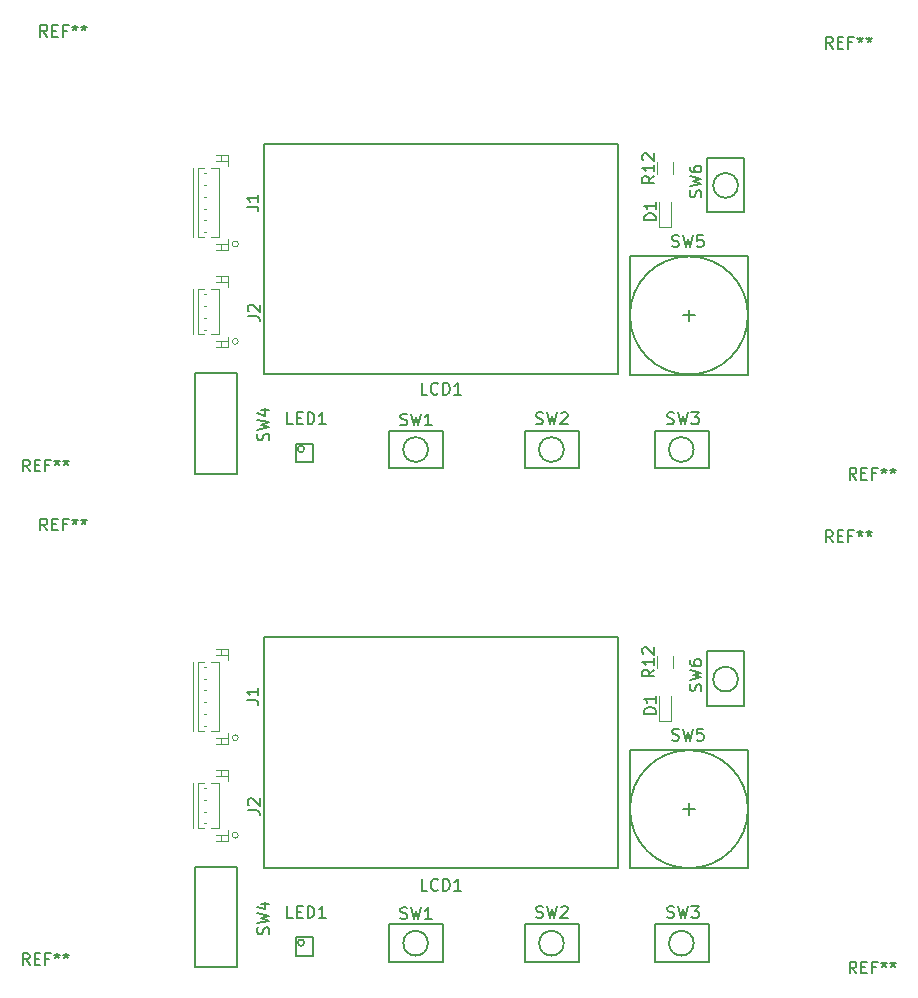
<source format=gto>
G04 #@! TF.GenerationSoftware,KiCad,Pcbnew,(5.0.0)*
G04 #@! TF.CreationDate,2020-01-25T17:41:45+09:00*
G04 #@! TF.ProjectId,General_purpose_lancer_board_sub_m,47656E6572616C5F707572706F73655F,rev?*
G04 #@! TF.SameCoordinates,Original*
G04 #@! TF.FileFunction,Legend,Top*
G04 #@! TF.FilePolarity,Positive*
%FSLAX46Y46*%
G04 Gerber Fmt 4.6, Leading zero omitted, Abs format (unit mm)*
G04 Created by KiCad (PCBNEW (5.0.0)) date 01/25/20 17:41:45*
%MOMM*%
%LPD*%
G01*
G04 APERTURE LIST*
%ADD10C,0.150000*%
%ADD11C,0.120000*%
G04 APERTURE END LIST*
D10*
G04 #@! TO.C,LED1*
X186419258Y-131850000D02*
G75*
G03X186419258Y-131850000I-269258J0D01*
G01*
X187200000Y-133000000D02*
X185700000Y-133000000D01*
X187200000Y-131400000D02*
X187200000Y-133000000D01*
X185700000Y-131400000D02*
X187200000Y-131400000D01*
X185700000Y-133000000D02*
X185700000Y-131400000D01*
G04 #@! TO.C,LCD1*
X213000000Y-125500000D02*
X213000000Y-106000000D01*
X213000000Y-106000000D02*
X183000000Y-106000000D01*
X183000000Y-106000000D02*
X183000000Y-125500000D01*
X183000000Y-125500000D02*
X213000000Y-125500000D01*
G04 #@! TO.C,SW4*
X177200000Y-133950000D02*
X177200000Y-125450000D01*
X177200000Y-125450000D02*
X180700000Y-125450000D01*
X180700000Y-125450000D02*
X180700000Y-133950000D01*
X180700000Y-133950000D02*
X177200000Y-133950000D01*
G04 #@! TO.C,SW3*
X216100000Y-130300000D02*
X220700000Y-130300000D01*
X220700000Y-130300000D02*
X220700000Y-133500000D01*
X220700000Y-133500000D02*
X216100000Y-133500000D01*
X216100000Y-133500000D02*
X216100000Y-130300000D01*
X219400001Y-131900000D02*
G75*
G03X219400001Y-131900000I-1044031J0D01*
G01*
G04 #@! TO.C,SW1*
X193600000Y-130300000D02*
X198200000Y-130300000D01*
X198200000Y-130300000D02*
X198200000Y-133500000D01*
X198200000Y-133500000D02*
X193600000Y-133500000D01*
X193600000Y-133500000D02*
X193600000Y-130300000D01*
X196900001Y-131900000D02*
G75*
G03X196900001Y-131900000I-1044031J0D01*
G01*
D11*
G04 #@! TO.C,R12*
X217680000Y-107600000D02*
X217680000Y-108600000D01*
X216320000Y-108600000D02*
X216320000Y-107600000D01*
D10*
G04 #@! TO.C,SW2*
X208400001Y-131900000D02*
G75*
G03X208400001Y-131900000I-1044031J0D01*
G01*
X205100000Y-133500000D02*
X205100000Y-130300000D01*
X209700000Y-133500000D02*
X205100000Y-133500000D01*
X209700000Y-130300000D02*
X209700000Y-133500000D01*
X205100000Y-130300000D02*
X209700000Y-130300000D01*
D11*
G04 #@! TO.C,J2*
X180837500Y-122750000D02*
G75*
G03X180837500Y-122750000I-250000J0D01*
G01*
X177037500Y-122150000D02*
X177037500Y-118350000D01*
X178937500Y-123250000D02*
X179937500Y-123250000D01*
X179937500Y-123250000D02*
X179937500Y-122350000D01*
X179937500Y-122750000D02*
X178937500Y-122750000D01*
X178937500Y-122750000D02*
X178937500Y-122750000D01*
X178937500Y-122750000D02*
X179937500Y-122750000D01*
X179937500Y-122750000D02*
X179937500Y-122750000D01*
X179337500Y-122750000D02*
X179337500Y-122750000D01*
X179337500Y-122750000D02*
X179337500Y-123250000D01*
X179337500Y-123250000D02*
X179337500Y-123250000D01*
X179337500Y-123250000D02*
X179337500Y-122750000D01*
X178937500Y-117250000D02*
X179937500Y-117250000D01*
X179937500Y-117250000D02*
X179937500Y-118150000D01*
X179937500Y-117750000D02*
X178937500Y-117750000D01*
X178937500Y-117750000D02*
X178937500Y-117750000D01*
X178937500Y-117750000D02*
X179937500Y-117750000D01*
X179937500Y-117750000D02*
X179937500Y-117750000D01*
X179337500Y-117750000D02*
X179337500Y-117750000D01*
X179337500Y-117750000D02*
X179337500Y-117250000D01*
X179337500Y-117250000D02*
X179337500Y-117250000D01*
X179337500Y-117250000D02*
X179337500Y-117750000D01*
X177937500Y-122150000D02*
X177437500Y-122150000D01*
X177437500Y-122150000D02*
X177437500Y-118350000D01*
X177437500Y-118350000D02*
X177937500Y-118350000D01*
X178537500Y-122150000D02*
X179187500Y-122150000D01*
X179187500Y-122150000D02*
X179187500Y-118350000D01*
X179187500Y-118350000D02*
X178537500Y-118350000D01*
X177937500Y-121750000D02*
X178137500Y-121750000D01*
X177937500Y-120750000D02*
X178137500Y-120750000D01*
X177937500Y-119750000D02*
X178137500Y-119750000D01*
X177937500Y-118750000D02*
X178137500Y-118750000D01*
G04 #@! TO.C,J1*
X180837500Y-114500000D02*
G75*
G03X180837500Y-114500000I-250000J0D01*
G01*
X177037500Y-113900000D02*
X177037500Y-108100000D01*
X178937500Y-115000000D02*
X179937500Y-115000000D01*
X179937500Y-115000000D02*
X179937500Y-114100000D01*
X179937500Y-114500000D02*
X178937500Y-114500000D01*
X178937500Y-114500000D02*
X178937500Y-114500000D01*
X178937500Y-114500000D02*
X179937500Y-114500000D01*
X179937500Y-114500000D02*
X179937500Y-114500000D01*
X179337500Y-114500000D02*
X179337500Y-114500000D01*
X179337500Y-114500000D02*
X179337500Y-115000000D01*
X179337500Y-115000000D02*
X179337500Y-115000000D01*
X179337500Y-115000000D02*
X179337500Y-114500000D01*
X178937500Y-107000000D02*
X179937500Y-107000000D01*
X179937500Y-107000000D02*
X179937500Y-107900000D01*
X179937500Y-107500000D02*
X178937500Y-107500000D01*
X178937500Y-107500000D02*
X178937500Y-107500000D01*
X178937500Y-107500000D02*
X179937500Y-107500000D01*
X179937500Y-107500000D02*
X179937500Y-107500000D01*
X179337500Y-107500000D02*
X179337500Y-107500000D01*
X179337500Y-107500000D02*
X179337500Y-107000000D01*
X179337500Y-107000000D02*
X179337500Y-107000000D01*
X179337500Y-107000000D02*
X179337500Y-107500000D01*
X177937500Y-113900000D02*
X177437500Y-113900000D01*
X177437500Y-113900000D02*
X177437500Y-108100000D01*
X177437500Y-108100000D02*
X177937500Y-108100000D01*
X178537500Y-113900000D02*
X179187500Y-113900000D01*
X179187500Y-113900000D02*
X179187500Y-108100000D01*
X179187500Y-108100000D02*
X178537500Y-108100000D01*
X177937500Y-113500000D02*
X178137500Y-113500000D01*
X177937500Y-112500000D02*
X178137500Y-112500000D01*
X177937500Y-111500000D02*
X178137500Y-111500000D01*
X177937500Y-110500000D02*
X178137500Y-110500000D01*
X177937500Y-109500000D02*
X178137500Y-109500000D01*
X177937500Y-108500000D02*
X178137500Y-108500000D01*
D10*
G04 #@! TO.C,SW6*
X223144031Y-109544030D02*
G75*
G03X223144031Y-109544030I-1044031J0D01*
G01*
X223700000Y-111800000D02*
X220500000Y-111800000D01*
X223700000Y-107200000D02*
X223700000Y-111800000D01*
X220500000Y-107200000D02*
X223700000Y-107200000D01*
X220500000Y-111800000D02*
X220500000Y-107200000D01*
D11*
G04 #@! TO.C,D1*
X216500000Y-113050000D02*
X217500000Y-113050000D01*
X217500000Y-113050000D02*
X217500000Y-110950000D01*
X216500000Y-113050000D02*
X216500000Y-110950000D01*
D10*
G04 #@! TO.C,SW5*
X214000000Y-115550000D02*
X224000000Y-115550000D01*
X224000000Y-115550000D02*
X224000000Y-125550000D01*
X224000000Y-125550000D02*
X214000000Y-125550000D01*
X214000000Y-125550000D02*
X214000000Y-115550000D01*
X224000000Y-120550000D02*
G75*
G03X224000000Y-120550000I-5000000J0D01*
G01*
X219500000Y-120550000D02*
X218500000Y-120550000D01*
X219000000Y-120050000D02*
X219000000Y-121050000D01*
G04 #@! TO.C,LED1*
X186419258Y-90050000D02*
G75*
G03X186419258Y-90050000I-269258J0D01*
G01*
X187200000Y-91200000D02*
X185700000Y-91200000D01*
X187200000Y-89600000D02*
X187200000Y-91200000D01*
X185700000Y-89600000D02*
X187200000Y-89600000D01*
X185700000Y-91200000D02*
X185700000Y-89600000D01*
G04 #@! TO.C,LCD1*
X213000000Y-83700000D02*
X213000000Y-64200000D01*
X213000000Y-64200000D02*
X183000000Y-64200000D01*
X183000000Y-64200000D02*
X183000000Y-83700000D01*
X183000000Y-83700000D02*
X213000000Y-83700000D01*
G04 #@! TO.C,SW4*
X177200000Y-92150000D02*
X177200000Y-83650000D01*
X177200000Y-83650000D02*
X180700000Y-83650000D01*
X180700000Y-83650000D02*
X180700000Y-92150000D01*
X180700000Y-92150000D02*
X177200000Y-92150000D01*
G04 #@! TO.C,SW3*
X216100000Y-88500000D02*
X220700000Y-88500000D01*
X220700000Y-88500000D02*
X220700000Y-91700000D01*
X220700000Y-91700000D02*
X216100000Y-91700000D01*
X216100000Y-91700000D02*
X216100000Y-88500000D01*
X219400001Y-90100000D02*
G75*
G03X219400001Y-90100000I-1044031J0D01*
G01*
G04 #@! TO.C,SW1*
X193600000Y-88500000D02*
X198200000Y-88500000D01*
X198200000Y-88500000D02*
X198200000Y-91700000D01*
X198200000Y-91700000D02*
X193600000Y-91700000D01*
X193600000Y-91700000D02*
X193600000Y-88500000D01*
X196900001Y-90100000D02*
G75*
G03X196900001Y-90100000I-1044031J0D01*
G01*
D11*
G04 #@! TO.C,R12*
X217680000Y-65800000D02*
X217680000Y-66800000D01*
X216320000Y-66800000D02*
X216320000Y-65800000D01*
D10*
G04 #@! TO.C,SW2*
X208400001Y-90100000D02*
G75*
G03X208400001Y-90100000I-1044031J0D01*
G01*
X205100000Y-91700000D02*
X205100000Y-88500000D01*
X209700000Y-91700000D02*
X205100000Y-91700000D01*
X209700000Y-88500000D02*
X209700000Y-91700000D01*
X205100000Y-88500000D02*
X209700000Y-88500000D01*
D11*
G04 #@! TO.C,J2*
X180837500Y-80950000D02*
G75*
G03X180837500Y-80950000I-250000J0D01*
G01*
X177037500Y-80350000D02*
X177037500Y-76550000D01*
X178937500Y-81450000D02*
X179937500Y-81450000D01*
X179937500Y-81450000D02*
X179937500Y-80550000D01*
X179937500Y-80950000D02*
X178937500Y-80950000D01*
X178937500Y-80950000D02*
X178937500Y-80950000D01*
X178937500Y-80950000D02*
X179937500Y-80950000D01*
X179937500Y-80950000D02*
X179937500Y-80950000D01*
X179337500Y-80950000D02*
X179337500Y-80950000D01*
X179337500Y-80950000D02*
X179337500Y-81450000D01*
X179337500Y-81450000D02*
X179337500Y-81450000D01*
X179337500Y-81450000D02*
X179337500Y-80950000D01*
X178937500Y-75450000D02*
X179937500Y-75450000D01*
X179937500Y-75450000D02*
X179937500Y-76350000D01*
X179937500Y-75950000D02*
X178937500Y-75950000D01*
X178937500Y-75950000D02*
X178937500Y-75950000D01*
X178937500Y-75950000D02*
X179937500Y-75950000D01*
X179937500Y-75950000D02*
X179937500Y-75950000D01*
X179337500Y-75950000D02*
X179337500Y-75950000D01*
X179337500Y-75950000D02*
X179337500Y-75450000D01*
X179337500Y-75450000D02*
X179337500Y-75450000D01*
X179337500Y-75450000D02*
X179337500Y-75950000D01*
X177937500Y-80350000D02*
X177437500Y-80350000D01*
X177437500Y-80350000D02*
X177437500Y-76550000D01*
X177437500Y-76550000D02*
X177937500Y-76550000D01*
X178537500Y-80350000D02*
X179187500Y-80350000D01*
X179187500Y-80350000D02*
X179187500Y-76550000D01*
X179187500Y-76550000D02*
X178537500Y-76550000D01*
X177937500Y-79950000D02*
X178137500Y-79950000D01*
X177937500Y-78950000D02*
X178137500Y-78950000D01*
X177937500Y-77950000D02*
X178137500Y-77950000D01*
X177937500Y-76950000D02*
X178137500Y-76950000D01*
G04 #@! TO.C,J1*
X180837500Y-72700000D02*
G75*
G03X180837500Y-72700000I-250000J0D01*
G01*
X177037500Y-72100000D02*
X177037500Y-66300000D01*
X178937500Y-73200000D02*
X179937500Y-73200000D01*
X179937500Y-73200000D02*
X179937500Y-72300000D01*
X179937500Y-72700000D02*
X178937500Y-72700000D01*
X178937500Y-72700000D02*
X178937500Y-72700000D01*
X178937500Y-72700000D02*
X179937500Y-72700000D01*
X179937500Y-72700000D02*
X179937500Y-72700000D01*
X179337500Y-72700000D02*
X179337500Y-72700000D01*
X179337500Y-72700000D02*
X179337500Y-73200000D01*
X179337500Y-73200000D02*
X179337500Y-73200000D01*
X179337500Y-73200000D02*
X179337500Y-72700000D01*
X178937500Y-65200000D02*
X179937500Y-65200000D01*
X179937500Y-65200000D02*
X179937500Y-66100000D01*
X179937500Y-65700000D02*
X178937500Y-65700000D01*
X178937500Y-65700000D02*
X178937500Y-65700000D01*
X178937500Y-65700000D02*
X179937500Y-65700000D01*
X179937500Y-65700000D02*
X179937500Y-65700000D01*
X179337500Y-65700000D02*
X179337500Y-65700000D01*
X179337500Y-65700000D02*
X179337500Y-65200000D01*
X179337500Y-65200000D02*
X179337500Y-65200000D01*
X179337500Y-65200000D02*
X179337500Y-65700000D01*
X177937500Y-72100000D02*
X177437500Y-72100000D01*
X177437500Y-72100000D02*
X177437500Y-66300000D01*
X177437500Y-66300000D02*
X177937500Y-66300000D01*
X178537500Y-72100000D02*
X179187500Y-72100000D01*
X179187500Y-72100000D02*
X179187500Y-66300000D01*
X179187500Y-66300000D02*
X178537500Y-66300000D01*
X177937500Y-71700000D02*
X178137500Y-71700000D01*
X177937500Y-70700000D02*
X178137500Y-70700000D01*
X177937500Y-69700000D02*
X178137500Y-69700000D01*
X177937500Y-68700000D02*
X178137500Y-68700000D01*
X177937500Y-67700000D02*
X178137500Y-67700000D01*
X177937500Y-66700000D02*
X178137500Y-66700000D01*
D10*
G04 #@! TO.C,SW6*
X223144031Y-67744030D02*
G75*
G03X223144031Y-67744030I-1044031J0D01*
G01*
X223700000Y-70000000D02*
X220500000Y-70000000D01*
X223700000Y-65400000D02*
X223700000Y-70000000D01*
X220500000Y-65400000D02*
X223700000Y-65400000D01*
X220500000Y-70000000D02*
X220500000Y-65400000D01*
D11*
G04 #@! TO.C,D1*
X216500000Y-71250000D02*
X217500000Y-71250000D01*
X217500000Y-71250000D02*
X217500000Y-69150000D01*
X216500000Y-71250000D02*
X216500000Y-69150000D01*
D10*
G04 #@! TO.C,SW5*
X214000000Y-73750000D02*
X224000000Y-73750000D01*
X224000000Y-73750000D02*
X224000000Y-83750000D01*
X224000000Y-83750000D02*
X214000000Y-83750000D01*
X214000000Y-83750000D02*
X214000000Y-73750000D01*
X224000000Y-78750000D02*
G75*
G03X224000000Y-78750000I-5000000J0D01*
G01*
X219500000Y-78750000D02*
X218500000Y-78750000D01*
X219000000Y-78250000D02*
X219000000Y-79250000D01*
G04 #@! TO.C,REF\002A\002A*
X164666666Y-96952380D02*
X164333333Y-96476190D01*
X164095238Y-96952380D02*
X164095238Y-95952380D01*
X164476190Y-95952380D01*
X164571428Y-96000000D01*
X164619047Y-96047619D01*
X164666666Y-96142857D01*
X164666666Y-96285714D01*
X164619047Y-96380952D01*
X164571428Y-96428571D01*
X164476190Y-96476190D01*
X164095238Y-96476190D01*
X165095238Y-96428571D02*
X165428571Y-96428571D01*
X165571428Y-96952380D02*
X165095238Y-96952380D01*
X165095238Y-95952380D01*
X165571428Y-95952380D01*
X166333333Y-96428571D02*
X166000000Y-96428571D01*
X166000000Y-96952380D02*
X166000000Y-95952380D01*
X166476190Y-95952380D01*
X167000000Y-95952380D02*
X167000000Y-96190476D01*
X166761904Y-96095238D02*
X167000000Y-96190476D01*
X167238095Y-96095238D01*
X166857142Y-96380952D02*
X167000000Y-96190476D01*
X167142857Y-96380952D01*
X167761904Y-95952380D02*
X167761904Y-96190476D01*
X167523809Y-96095238D02*
X167761904Y-96190476D01*
X168000000Y-96095238D01*
X167619047Y-96380952D02*
X167761904Y-96190476D01*
X167904761Y-96380952D01*
G04 #@! TO.C,LED1*
X185480952Y-129752380D02*
X185004761Y-129752380D01*
X185004761Y-128752380D01*
X185814285Y-129228571D02*
X186147619Y-129228571D01*
X186290476Y-129752380D02*
X185814285Y-129752380D01*
X185814285Y-128752380D01*
X186290476Y-128752380D01*
X186719047Y-129752380D02*
X186719047Y-128752380D01*
X186957142Y-128752380D01*
X187100000Y-128800000D01*
X187195238Y-128895238D01*
X187242857Y-128990476D01*
X187290476Y-129180952D01*
X187290476Y-129323809D01*
X187242857Y-129514285D01*
X187195238Y-129609523D01*
X187100000Y-129704761D01*
X186957142Y-129752380D01*
X186719047Y-129752380D01*
X188242857Y-129752380D02*
X187671428Y-129752380D01*
X187957142Y-129752380D02*
X187957142Y-128752380D01*
X187861904Y-128895238D01*
X187766666Y-128990476D01*
X187671428Y-129038095D01*
G04 #@! TO.C,LCD1*
X196833333Y-127452380D02*
X196357142Y-127452380D01*
X196357142Y-126452380D01*
X197738095Y-127357142D02*
X197690476Y-127404761D01*
X197547619Y-127452380D01*
X197452380Y-127452380D01*
X197309523Y-127404761D01*
X197214285Y-127309523D01*
X197166666Y-127214285D01*
X197119047Y-127023809D01*
X197119047Y-126880952D01*
X197166666Y-126690476D01*
X197214285Y-126595238D01*
X197309523Y-126500000D01*
X197452380Y-126452380D01*
X197547619Y-126452380D01*
X197690476Y-126500000D01*
X197738095Y-126547619D01*
X198166666Y-127452380D02*
X198166666Y-126452380D01*
X198404761Y-126452380D01*
X198547619Y-126500000D01*
X198642857Y-126595238D01*
X198690476Y-126690476D01*
X198738095Y-126880952D01*
X198738095Y-127023809D01*
X198690476Y-127214285D01*
X198642857Y-127309523D01*
X198547619Y-127404761D01*
X198404761Y-127452380D01*
X198166666Y-127452380D01*
X199690476Y-127452380D02*
X199119047Y-127452380D01*
X199404761Y-127452380D02*
X199404761Y-126452380D01*
X199309523Y-126595238D01*
X199214285Y-126690476D01*
X199119047Y-126738095D01*
G04 #@! TO.C,SW4*
X183404761Y-131133333D02*
X183452380Y-130990476D01*
X183452380Y-130752380D01*
X183404761Y-130657142D01*
X183357142Y-130609523D01*
X183261904Y-130561904D01*
X183166666Y-130561904D01*
X183071428Y-130609523D01*
X183023809Y-130657142D01*
X182976190Y-130752380D01*
X182928571Y-130942857D01*
X182880952Y-131038095D01*
X182833333Y-131085714D01*
X182738095Y-131133333D01*
X182642857Y-131133333D01*
X182547619Y-131085714D01*
X182500000Y-131038095D01*
X182452380Y-130942857D01*
X182452380Y-130704761D01*
X182500000Y-130561904D01*
X182452380Y-130228571D02*
X183452380Y-129990476D01*
X182738095Y-129800000D01*
X183452380Y-129609523D01*
X182452380Y-129371428D01*
X182785714Y-128561904D02*
X183452380Y-128561904D01*
X182404761Y-128800000D02*
X183119047Y-129038095D01*
X183119047Y-128419047D01*
G04 #@! TO.C,SW3*
X217166666Y-129704761D02*
X217309523Y-129752380D01*
X217547619Y-129752380D01*
X217642857Y-129704761D01*
X217690476Y-129657142D01*
X217738095Y-129561904D01*
X217738095Y-129466666D01*
X217690476Y-129371428D01*
X217642857Y-129323809D01*
X217547619Y-129276190D01*
X217357142Y-129228571D01*
X217261904Y-129180952D01*
X217214285Y-129133333D01*
X217166666Y-129038095D01*
X217166666Y-128942857D01*
X217214285Y-128847619D01*
X217261904Y-128800000D01*
X217357142Y-128752380D01*
X217595238Y-128752380D01*
X217738095Y-128800000D01*
X218071428Y-128752380D02*
X218309523Y-129752380D01*
X218500000Y-129038095D01*
X218690476Y-129752380D01*
X218928571Y-128752380D01*
X219214285Y-128752380D02*
X219833333Y-128752380D01*
X219500000Y-129133333D01*
X219642857Y-129133333D01*
X219738095Y-129180952D01*
X219785714Y-129228571D01*
X219833333Y-129323809D01*
X219833333Y-129561904D01*
X219785714Y-129657142D01*
X219738095Y-129704761D01*
X219642857Y-129752380D01*
X219357142Y-129752380D01*
X219261904Y-129704761D01*
X219214285Y-129657142D01*
G04 #@! TO.C,SW1*
X194566666Y-129804761D02*
X194709523Y-129852380D01*
X194947619Y-129852380D01*
X195042857Y-129804761D01*
X195090476Y-129757142D01*
X195138095Y-129661904D01*
X195138095Y-129566666D01*
X195090476Y-129471428D01*
X195042857Y-129423809D01*
X194947619Y-129376190D01*
X194757142Y-129328571D01*
X194661904Y-129280952D01*
X194614285Y-129233333D01*
X194566666Y-129138095D01*
X194566666Y-129042857D01*
X194614285Y-128947619D01*
X194661904Y-128900000D01*
X194757142Y-128852380D01*
X194995238Y-128852380D01*
X195138095Y-128900000D01*
X195471428Y-128852380D02*
X195709523Y-129852380D01*
X195900000Y-129138095D01*
X196090476Y-129852380D01*
X196328571Y-128852380D01*
X197233333Y-129852380D02*
X196661904Y-129852380D01*
X196947619Y-129852380D02*
X196947619Y-128852380D01*
X196852380Y-128995238D01*
X196757142Y-129090476D01*
X196661904Y-129138095D01*
G04 #@! TO.C,R12*
X216052380Y-108742857D02*
X215576190Y-109076190D01*
X216052380Y-109314285D02*
X215052380Y-109314285D01*
X215052380Y-108933333D01*
X215100000Y-108838095D01*
X215147619Y-108790476D01*
X215242857Y-108742857D01*
X215385714Y-108742857D01*
X215480952Y-108790476D01*
X215528571Y-108838095D01*
X215576190Y-108933333D01*
X215576190Y-109314285D01*
X216052380Y-107790476D02*
X216052380Y-108361904D01*
X216052380Y-108076190D02*
X215052380Y-108076190D01*
X215195238Y-108171428D01*
X215290476Y-108266666D01*
X215338095Y-108361904D01*
X215147619Y-107409523D02*
X215100000Y-107361904D01*
X215052380Y-107266666D01*
X215052380Y-107028571D01*
X215100000Y-106933333D01*
X215147619Y-106885714D01*
X215242857Y-106838095D01*
X215338095Y-106838095D01*
X215480952Y-106885714D01*
X216052380Y-107457142D01*
X216052380Y-106838095D01*
G04 #@! TO.C,SW2*
X206066666Y-129704761D02*
X206209523Y-129752380D01*
X206447619Y-129752380D01*
X206542857Y-129704761D01*
X206590476Y-129657142D01*
X206638095Y-129561904D01*
X206638095Y-129466666D01*
X206590476Y-129371428D01*
X206542857Y-129323809D01*
X206447619Y-129276190D01*
X206257142Y-129228571D01*
X206161904Y-129180952D01*
X206114285Y-129133333D01*
X206066666Y-129038095D01*
X206066666Y-128942857D01*
X206114285Y-128847619D01*
X206161904Y-128800000D01*
X206257142Y-128752380D01*
X206495238Y-128752380D01*
X206638095Y-128800000D01*
X206971428Y-128752380D02*
X207209523Y-129752380D01*
X207400000Y-129038095D01*
X207590476Y-129752380D01*
X207828571Y-128752380D01*
X208161904Y-128847619D02*
X208209523Y-128800000D01*
X208304761Y-128752380D01*
X208542857Y-128752380D01*
X208638095Y-128800000D01*
X208685714Y-128847619D01*
X208733333Y-128942857D01*
X208733333Y-129038095D01*
X208685714Y-129180952D01*
X208114285Y-129752380D01*
X208733333Y-129752380D01*
G04 #@! TO.C,J2*
X181652380Y-120633333D02*
X182366666Y-120633333D01*
X182509523Y-120680952D01*
X182604761Y-120776190D01*
X182652380Y-120919047D01*
X182652380Y-121014285D01*
X181747619Y-120204761D02*
X181700000Y-120157142D01*
X181652380Y-120061904D01*
X181652380Y-119823809D01*
X181700000Y-119728571D01*
X181747619Y-119680952D01*
X181842857Y-119633333D01*
X181938095Y-119633333D01*
X182080952Y-119680952D01*
X182652380Y-120252380D01*
X182652380Y-119633333D01*
G04 #@! TO.C,J1*
X181552380Y-111333333D02*
X182266666Y-111333333D01*
X182409523Y-111380952D01*
X182504761Y-111476190D01*
X182552380Y-111619047D01*
X182552380Y-111714285D01*
X182552380Y-110333333D02*
X182552380Y-110904761D01*
X182552380Y-110619047D02*
X181552380Y-110619047D01*
X181695238Y-110714285D01*
X181790476Y-110809523D01*
X181838095Y-110904761D01*
G04 #@! TO.C,SW6*
X220004761Y-110533333D02*
X220052380Y-110390476D01*
X220052380Y-110152380D01*
X220004761Y-110057142D01*
X219957142Y-110009523D01*
X219861904Y-109961904D01*
X219766666Y-109961904D01*
X219671428Y-110009523D01*
X219623809Y-110057142D01*
X219576190Y-110152380D01*
X219528571Y-110342857D01*
X219480952Y-110438095D01*
X219433333Y-110485714D01*
X219338095Y-110533333D01*
X219242857Y-110533333D01*
X219147619Y-110485714D01*
X219100000Y-110438095D01*
X219052380Y-110342857D01*
X219052380Y-110104761D01*
X219100000Y-109961904D01*
X219052380Y-109628571D02*
X220052380Y-109390476D01*
X219338095Y-109200000D01*
X220052380Y-109009523D01*
X219052380Y-108771428D01*
X219052380Y-107961904D02*
X219052380Y-108152380D01*
X219100000Y-108247619D01*
X219147619Y-108295238D01*
X219290476Y-108390476D01*
X219480952Y-108438095D01*
X219861904Y-108438095D01*
X219957142Y-108390476D01*
X220004761Y-108342857D01*
X220052380Y-108247619D01*
X220052380Y-108057142D01*
X220004761Y-107961904D01*
X219957142Y-107914285D01*
X219861904Y-107866666D01*
X219623809Y-107866666D01*
X219528571Y-107914285D01*
X219480952Y-107961904D01*
X219433333Y-108057142D01*
X219433333Y-108247619D01*
X219480952Y-108342857D01*
X219528571Y-108390476D01*
X219623809Y-108438095D01*
G04 #@! TO.C,D1*
X216202380Y-112488095D02*
X215202380Y-112488095D01*
X215202380Y-112250000D01*
X215250000Y-112107142D01*
X215345238Y-112011904D01*
X215440476Y-111964285D01*
X215630952Y-111916666D01*
X215773809Y-111916666D01*
X215964285Y-111964285D01*
X216059523Y-112011904D01*
X216154761Y-112107142D01*
X216202380Y-112250000D01*
X216202380Y-112488095D01*
X216202380Y-110964285D02*
X216202380Y-111535714D01*
X216202380Y-111250000D02*
X215202380Y-111250000D01*
X215345238Y-111345238D01*
X215440476Y-111440476D01*
X215488095Y-111535714D01*
G04 #@! TO.C,REF\002A\002A*
X231166666Y-97952380D02*
X230833333Y-97476190D01*
X230595238Y-97952380D02*
X230595238Y-96952380D01*
X230976190Y-96952380D01*
X231071428Y-97000000D01*
X231119047Y-97047619D01*
X231166666Y-97142857D01*
X231166666Y-97285714D01*
X231119047Y-97380952D01*
X231071428Y-97428571D01*
X230976190Y-97476190D01*
X230595238Y-97476190D01*
X231595238Y-97428571D02*
X231928571Y-97428571D01*
X232071428Y-97952380D02*
X231595238Y-97952380D01*
X231595238Y-96952380D01*
X232071428Y-96952380D01*
X232833333Y-97428571D02*
X232500000Y-97428571D01*
X232500000Y-97952380D02*
X232500000Y-96952380D01*
X232976190Y-96952380D01*
X233500000Y-96952380D02*
X233500000Y-97190476D01*
X233261904Y-97095238D02*
X233500000Y-97190476D01*
X233738095Y-97095238D01*
X233357142Y-97380952D02*
X233500000Y-97190476D01*
X233642857Y-97380952D01*
X234261904Y-96952380D02*
X234261904Y-97190476D01*
X234023809Y-97095238D02*
X234261904Y-97190476D01*
X234500000Y-97095238D01*
X234119047Y-97380952D02*
X234261904Y-97190476D01*
X234404761Y-97380952D01*
G04 #@! TO.C,SW5*
X217566666Y-114704761D02*
X217709523Y-114752380D01*
X217947619Y-114752380D01*
X218042857Y-114704761D01*
X218090476Y-114657142D01*
X218138095Y-114561904D01*
X218138095Y-114466666D01*
X218090476Y-114371428D01*
X218042857Y-114323809D01*
X217947619Y-114276190D01*
X217757142Y-114228571D01*
X217661904Y-114180952D01*
X217614285Y-114133333D01*
X217566666Y-114038095D01*
X217566666Y-113942857D01*
X217614285Y-113847619D01*
X217661904Y-113800000D01*
X217757142Y-113752380D01*
X217995238Y-113752380D01*
X218138095Y-113800000D01*
X218471428Y-113752380D02*
X218709523Y-114752380D01*
X218900000Y-114038095D01*
X219090476Y-114752380D01*
X219328571Y-113752380D01*
X220185714Y-113752380D02*
X219709523Y-113752380D01*
X219661904Y-114228571D01*
X219709523Y-114180952D01*
X219804761Y-114133333D01*
X220042857Y-114133333D01*
X220138095Y-114180952D01*
X220185714Y-114228571D01*
X220233333Y-114323809D01*
X220233333Y-114561904D01*
X220185714Y-114657142D01*
X220138095Y-114704761D01*
X220042857Y-114752380D01*
X219804761Y-114752380D01*
X219709523Y-114704761D01*
X219661904Y-114657142D01*
G04 #@! TO.C,REF\002A\002A*
X163166666Y-133752380D02*
X162833333Y-133276190D01*
X162595238Y-133752380D02*
X162595238Y-132752380D01*
X162976190Y-132752380D01*
X163071428Y-132800000D01*
X163119047Y-132847619D01*
X163166666Y-132942857D01*
X163166666Y-133085714D01*
X163119047Y-133180952D01*
X163071428Y-133228571D01*
X162976190Y-133276190D01*
X162595238Y-133276190D01*
X163595238Y-133228571D02*
X163928571Y-133228571D01*
X164071428Y-133752380D02*
X163595238Y-133752380D01*
X163595238Y-132752380D01*
X164071428Y-132752380D01*
X164833333Y-133228571D02*
X164500000Y-133228571D01*
X164500000Y-133752380D02*
X164500000Y-132752380D01*
X164976190Y-132752380D01*
X165500000Y-132752380D02*
X165500000Y-132990476D01*
X165261904Y-132895238D02*
X165500000Y-132990476D01*
X165738095Y-132895238D01*
X165357142Y-133180952D02*
X165500000Y-132990476D01*
X165642857Y-133180952D01*
X166261904Y-132752380D02*
X166261904Y-132990476D01*
X166023809Y-132895238D02*
X166261904Y-132990476D01*
X166500000Y-132895238D01*
X166119047Y-133180952D02*
X166261904Y-132990476D01*
X166404761Y-133180952D01*
X233166666Y-134452380D02*
X232833333Y-133976190D01*
X232595238Y-134452380D02*
X232595238Y-133452380D01*
X232976190Y-133452380D01*
X233071428Y-133500000D01*
X233119047Y-133547619D01*
X233166666Y-133642857D01*
X233166666Y-133785714D01*
X233119047Y-133880952D01*
X233071428Y-133928571D01*
X232976190Y-133976190D01*
X232595238Y-133976190D01*
X233595238Y-133928571D02*
X233928571Y-133928571D01*
X234071428Y-134452380D02*
X233595238Y-134452380D01*
X233595238Y-133452380D01*
X234071428Y-133452380D01*
X234833333Y-133928571D02*
X234500000Y-133928571D01*
X234500000Y-134452380D02*
X234500000Y-133452380D01*
X234976190Y-133452380D01*
X235500000Y-133452380D02*
X235500000Y-133690476D01*
X235261904Y-133595238D02*
X235500000Y-133690476D01*
X235738095Y-133595238D01*
X235357142Y-133880952D02*
X235500000Y-133690476D01*
X235642857Y-133880952D01*
X236261904Y-133452380D02*
X236261904Y-133690476D01*
X236023809Y-133595238D02*
X236261904Y-133690476D01*
X236500000Y-133595238D01*
X236119047Y-133880952D02*
X236261904Y-133690476D01*
X236404761Y-133880952D01*
X164666666Y-55152380D02*
X164333333Y-54676190D01*
X164095238Y-55152380D02*
X164095238Y-54152380D01*
X164476190Y-54152380D01*
X164571428Y-54200000D01*
X164619047Y-54247619D01*
X164666666Y-54342857D01*
X164666666Y-54485714D01*
X164619047Y-54580952D01*
X164571428Y-54628571D01*
X164476190Y-54676190D01*
X164095238Y-54676190D01*
X165095238Y-54628571D02*
X165428571Y-54628571D01*
X165571428Y-55152380D02*
X165095238Y-55152380D01*
X165095238Y-54152380D01*
X165571428Y-54152380D01*
X166333333Y-54628571D02*
X166000000Y-54628571D01*
X166000000Y-55152380D02*
X166000000Y-54152380D01*
X166476190Y-54152380D01*
X167000000Y-54152380D02*
X167000000Y-54390476D01*
X166761904Y-54295238D02*
X167000000Y-54390476D01*
X167238095Y-54295238D01*
X166857142Y-54580952D02*
X167000000Y-54390476D01*
X167142857Y-54580952D01*
X167761904Y-54152380D02*
X167761904Y-54390476D01*
X167523809Y-54295238D02*
X167761904Y-54390476D01*
X168000000Y-54295238D01*
X167619047Y-54580952D02*
X167761904Y-54390476D01*
X167904761Y-54580952D01*
G04 #@! TO.C,LED1*
X185480952Y-87952380D02*
X185004761Y-87952380D01*
X185004761Y-86952380D01*
X185814285Y-87428571D02*
X186147619Y-87428571D01*
X186290476Y-87952380D02*
X185814285Y-87952380D01*
X185814285Y-86952380D01*
X186290476Y-86952380D01*
X186719047Y-87952380D02*
X186719047Y-86952380D01*
X186957142Y-86952380D01*
X187100000Y-87000000D01*
X187195238Y-87095238D01*
X187242857Y-87190476D01*
X187290476Y-87380952D01*
X187290476Y-87523809D01*
X187242857Y-87714285D01*
X187195238Y-87809523D01*
X187100000Y-87904761D01*
X186957142Y-87952380D01*
X186719047Y-87952380D01*
X188242857Y-87952380D02*
X187671428Y-87952380D01*
X187957142Y-87952380D02*
X187957142Y-86952380D01*
X187861904Y-87095238D01*
X187766666Y-87190476D01*
X187671428Y-87238095D01*
G04 #@! TO.C,LCD1*
X196833333Y-85452380D02*
X196357142Y-85452380D01*
X196357142Y-84452380D01*
X197738095Y-85357142D02*
X197690476Y-85404761D01*
X197547619Y-85452380D01*
X197452380Y-85452380D01*
X197309523Y-85404761D01*
X197214285Y-85309523D01*
X197166666Y-85214285D01*
X197119047Y-85023809D01*
X197119047Y-84880952D01*
X197166666Y-84690476D01*
X197214285Y-84595238D01*
X197309523Y-84500000D01*
X197452380Y-84452380D01*
X197547619Y-84452380D01*
X197690476Y-84500000D01*
X197738095Y-84547619D01*
X198166666Y-85452380D02*
X198166666Y-84452380D01*
X198404761Y-84452380D01*
X198547619Y-84500000D01*
X198642857Y-84595238D01*
X198690476Y-84690476D01*
X198738095Y-84880952D01*
X198738095Y-85023809D01*
X198690476Y-85214285D01*
X198642857Y-85309523D01*
X198547619Y-85404761D01*
X198404761Y-85452380D01*
X198166666Y-85452380D01*
X199690476Y-85452380D02*
X199119047Y-85452380D01*
X199404761Y-85452380D02*
X199404761Y-84452380D01*
X199309523Y-84595238D01*
X199214285Y-84690476D01*
X199119047Y-84738095D01*
G04 #@! TO.C,SW4*
X183404761Y-89333333D02*
X183452380Y-89190476D01*
X183452380Y-88952380D01*
X183404761Y-88857142D01*
X183357142Y-88809523D01*
X183261904Y-88761904D01*
X183166666Y-88761904D01*
X183071428Y-88809523D01*
X183023809Y-88857142D01*
X182976190Y-88952380D01*
X182928571Y-89142857D01*
X182880952Y-89238095D01*
X182833333Y-89285714D01*
X182738095Y-89333333D01*
X182642857Y-89333333D01*
X182547619Y-89285714D01*
X182500000Y-89238095D01*
X182452380Y-89142857D01*
X182452380Y-88904761D01*
X182500000Y-88761904D01*
X182452380Y-88428571D02*
X183452380Y-88190476D01*
X182738095Y-88000000D01*
X183452380Y-87809523D01*
X182452380Y-87571428D01*
X182785714Y-86761904D02*
X183452380Y-86761904D01*
X182404761Y-87000000D02*
X183119047Y-87238095D01*
X183119047Y-86619047D01*
G04 #@! TO.C,SW3*
X217166666Y-87904761D02*
X217309523Y-87952380D01*
X217547619Y-87952380D01*
X217642857Y-87904761D01*
X217690476Y-87857142D01*
X217738095Y-87761904D01*
X217738095Y-87666666D01*
X217690476Y-87571428D01*
X217642857Y-87523809D01*
X217547619Y-87476190D01*
X217357142Y-87428571D01*
X217261904Y-87380952D01*
X217214285Y-87333333D01*
X217166666Y-87238095D01*
X217166666Y-87142857D01*
X217214285Y-87047619D01*
X217261904Y-87000000D01*
X217357142Y-86952380D01*
X217595238Y-86952380D01*
X217738095Y-87000000D01*
X218071428Y-86952380D02*
X218309523Y-87952380D01*
X218500000Y-87238095D01*
X218690476Y-87952380D01*
X218928571Y-86952380D01*
X219214285Y-86952380D02*
X219833333Y-86952380D01*
X219500000Y-87333333D01*
X219642857Y-87333333D01*
X219738095Y-87380952D01*
X219785714Y-87428571D01*
X219833333Y-87523809D01*
X219833333Y-87761904D01*
X219785714Y-87857142D01*
X219738095Y-87904761D01*
X219642857Y-87952380D01*
X219357142Y-87952380D01*
X219261904Y-87904761D01*
X219214285Y-87857142D01*
G04 #@! TO.C,SW1*
X194566666Y-88004761D02*
X194709523Y-88052380D01*
X194947619Y-88052380D01*
X195042857Y-88004761D01*
X195090476Y-87957142D01*
X195138095Y-87861904D01*
X195138095Y-87766666D01*
X195090476Y-87671428D01*
X195042857Y-87623809D01*
X194947619Y-87576190D01*
X194757142Y-87528571D01*
X194661904Y-87480952D01*
X194614285Y-87433333D01*
X194566666Y-87338095D01*
X194566666Y-87242857D01*
X194614285Y-87147619D01*
X194661904Y-87100000D01*
X194757142Y-87052380D01*
X194995238Y-87052380D01*
X195138095Y-87100000D01*
X195471428Y-87052380D02*
X195709523Y-88052380D01*
X195900000Y-87338095D01*
X196090476Y-88052380D01*
X196328571Y-87052380D01*
X197233333Y-88052380D02*
X196661904Y-88052380D01*
X196947619Y-88052380D02*
X196947619Y-87052380D01*
X196852380Y-87195238D01*
X196757142Y-87290476D01*
X196661904Y-87338095D01*
G04 #@! TO.C,R12*
X216052380Y-66942857D02*
X215576190Y-67276190D01*
X216052380Y-67514285D02*
X215052380Y-67514285D01*
X215052380Y-67133333D01*
X215100000Y-67038095D01*
X215147619Y-66990476D01*
X215242857Y-66942857D01*
X215385714Y-66942857D01*
X215480952Y-66990476D01*
X215528571Y-67038095D01*
X215576190Y-67133333D01*
X215576190Y-67514285D01*
X216052380Y-65990476D02*
X216052380Y-66561904D01*
X216052380Y-66276190D02*
X215052380Y-66276190D01*
X215195238Y-66371428D01*
X215290476Y-66466666D01*
X215338095Y-66561904D01*
X215147619Y-65609523D02*
X215100000Y-65561904D01*
X215052380Y-65466666D01*
X215052380Y-65228571D01*
X215100000Y-65133333D01*
X215147619Y-65085714D01*
X215242857Y-65038095D01*
X215338095Y-65038095D01*
X215480952Y-65085714D01*
X216052380Y-65657142D01*
X216052380Y-65038095D01*
G04 #@! TO.C,SW2*
X206066666Y-87904761D02*
X206209523Y-87952380D01*
X206447619Y-87952380D01*
X206542857Y-87904761D01*
X206590476Y-87857142D01*
X206638095Y-87761904D01*
X206638095Y-87666666D01*
X206590476Y-87571428D01*
X206542857Y-87523809D01*
X206447619Y-87476190D01*
X206257142Y-87428571D01*
X206161904Y-87380952D01*
X206114285Y-87333333D01*
X206066666Y-87238095D01*
X206066666Y-87142857D01*
X206114285Y-87047619D01*
X206161904Y-87000000D01*
X206257142Y-86952380D01*
X206495238Y-86952380D01*
X206638095Y-87000000D01*
X206971428Y-86952380D02*
X207209523Y-87952380D01*
X207400000Y-87238095D01*
X207590476Y-87952380D01*
X207828571Y-86952380D01*
X208161904Y-87047619D02*
X208209523Y-87000000D01*
X208304761Y-86952380D01*
X208542857Y-86952380D01*
X208638095Y-87000000D01*
X208685714Y-87047619D01*
X208733333Y-87142857D01*
X208733333Y-87238095D01*
X208685714Y-87380952D01*
X208114285Y-87952380D01*
X208733333Y-87952380D01*
G04 #@! TO.C,J2*
X181652380Y-78833333D02*
X182366666Y-78833333D01*
X182509523Y-78880952D01*
X182604761Y-78976190D01*
X182652380Y-79119047D01*
X182652380Y-79214285D01*
X181747619Y-78404761D02*
X181700000Y-78357142D01*
X181652380Y-78261904D01*
X181652380Y-78023809D01*
X181700000Y-77928571D01*
X181747619Y-77880952D01*
X181842857Y-77833333D01*
X181938095Y-77833333D01*
X182080952Y-77880952D01*
X182652380Y-78452380D01*
X182652380Y-77833333D01*
G04 #@! TO.C,J1*
X181552380Y-69533333D02*
X182266666Y-69533333D01*
X182409523Y-69580952D01*
X182504761Y-69676190D01*
X182552380Y-69819047D01*
X182552380Y-69914285D01*
X182552380Y-68533333D02*
X182552380Y-69104761D01*
X182552380Y-68819047D02*
X181552380Y-68819047D01*
X181695238Y-68914285D01*
X181790476Y-69009523D01*
X181838095Y-69104761D01*
G04 #@! TO.C,SW6*
X220004761Y-68733333D02*
X220052380Y-68590476D01*
X220052380Y-68352380D01*
X220004761Y-68257142D01*
X219957142Y-68209523D01*
X219861904Y-68161904D01*
X219766666Y-68161904D01*
X219671428Y-68209523D01*
X219623809Y-68257142D01*
X219576190Y-68352380D01*
X219528571Y-68542857D01*
X219480952Y-68638095D01*
X219433333Y-68685714D01*
X219338095Y-68733333D01*
X219242857Y-68733333D01*
X219147619Y-68685714D01*
X219100000Y-68638095D01*
X219052380Y-68542857D01*
X219052380Y-68304761D01*
X219100000Y-68161904D01*
X219052380Y-67828571D02*
X220052380Y-67590476D01*
X219338095Y-67400000D01*
X220052380Y-67209523D01*
X219052380Y-66971428D01*
X219052380Y-66161904D02*
X219052380Y-66352380D01*
X219100000Y-66447619D01*
X219147619Y-66495238D01*
X219290476Y-66590476D01*
X219480952Y-66638095D01*
X219861904Y-66638095D01*
X219957142Y-66590476D01*
X220004761Y-66542857D01*
X220052380Y-66447619D01*
X220052380Y-66257142D01*
X220004761Y-66161904D01*
X219957142Y-66114285D01*
X219861904Y-66066666D01*
X219623809Y-66066666D01*
X219528571Y-66114285D01*
X219480952Y-66161904D01*
X219433333Y-66257142D01*
X219433333Y-66447619D01*
X219480952Y-66542857D01*
X219528571Y-66590476D01*
X219623809Y-66638095D01*
G04 #@! TO.C,D1*
X216202380Y-70688095D02*
X215202380Y-70688095D01*
X215202380Y-70450000D01*
X215250000Y-70307142D01*
X215345238Y-70211904D01*
X215440476Y-70164285D01*
X215630952Y-70116666D01*
X215773809Y-70116666D01*
X215964285Y-70164285D01*
X216059523Y-70211904D01*
X216154761Y-70307142D01*
X216202380Y-70450000D01*
X216202380Y-70688095D01*
X216202380Y-69164285D02*
X216202380Y-69735714D01*
X216202380Y-69450000D02*
X215202380Y-69450000D01*
X215345238Y-69545238D01*
X215440476Y-69640476D01*
X215488095Y-69735714D01*
G04 #@! TO.C,REF\002A\002A*
X231166666Y-56152380D02*
X230833333Y-55676190D01*
X230595238Y-56152380D02*
X230595238Y-55152380D01*
X230976190Y-55152380D01*
X231071428Y-55200000D01*
X231119047Y-55247619D01*
X231166666Y-55342857D01*
X231166666Y-55485714D01*
X231119047Y-55580952D01*
X231071428Y-55628571D01*
X230976190Y-55676190D01*
X230595238Y-55676190D01*
X231595238Y-55628571D02*
X231928571Y-55628571D01*
X232071428Y-56152380D02*
X231595238Y-56152380D01*
X231595238Y-55152380D01*
X232071428Y-55152380D01*
X232833333Y-55628571D02*
X232500000Y-55628571D01*
X232500000Y-56152380D02*
X232500000Y-55152380D01*
X232976190Y-55152380D01*
X233500000Y-55152380D02*
X233500000Y-55390476D01*
X233261904Y-55295238D02*
X233500000Y-55390476D01*
X233738095Y-55295238D01*
X233357142Y-55580952D02*
X233500000Y-55390476D01*
X233642857Y-55580952D01*
X234261904Y-55152380D02*
X234261904Y-55390476D01*
X234023809Y-55295238D02*
X234261904Y-55390476D01*
X234500000Y-55295238D01*
X234119047Y-55580952D02*
X234261904Y-55390476D01*
X234404761Y-55580952D01*
G04 #@! TO.C,SW5*
X217566666Y-72904761D02*
X217709523Y-72952380D01*
X217947619Y-72952380D01*
X218042857Y-72904761D01*
X218090476Y-72857142D01*
X218138095Y-72761904D01*
X218138095Y-72666666D01*
X218090476Y-72571428D01*
X218042857Y-72523809D01*
X217947619Y-72476190D01*
X217757142Y-72428571D01*
X217661904Y-72380952D01*
X217614285Y-72333333D01*
X217566666Y-72238095D01*
X217566666Y-72142857D01*
X217614285Y-72047619D01*
X217661904Y-72000000D01*
X217757142Y-71952380D01*
X217995238Y-71952380D01*
X218138095Y-72000000D01*
X218471428Y-71952380D02*
X218709523Y-72952380D01*
X218900000Y-72238095D01*
X219090476Y-72952380D01*
X219328571Y-71952380D01*
X220185714Y-71952380D02*
X219709523Y-71952380D01*
X219661904Y-72428571D01*
X219709523Y-72380952D01*
X219804761Y-72333333D01*
X220042857Y-72333333D01*
X220138095Y-72380952D01*
X220185714Y-72428571D01*
X220233333Y-72523809D01*
X220233333Y-72761904D01*
X220185714Y-72857142D01*
X220138095Y-72904761D01*
X220042857Y-72952380D01*
X219804761Y-72952380D01*
X219709523Y-72904761D01*
X219661904Y-72857142D01*
G04 #@! TO.C,REF\002A\002A*
X163166666Y-91952380D02*
X162833333Y-91476190D01*
X162595238Y-91952380D02*
X162595238Y-90952380D01*
X162976190Y-90952380D01*
X163071428Y-91000000D01*
X163119047Y-91047619D01*
X163166666Y-91142857D01*
X163166666Y-91285714D01*
X163119047Y-91380952D01*
X163071428Y-91428571D01*
X162976190Y-91476190D01*
X162595238Y-91476190D01*
X163595238Y-91428571D02*
X163928571Y-91428571D01*
X164071428Y-91952380D02*
X163595238Y-91952380D01*
X163595238Y-90952380D01*
X164071428Y-90952380D01*
X164833333Y-91428571D02*
X164500000Y-91428571D01*
X164500000Y-91952380D02*
X164500000Y-90952380D01*
X164976190Y-90952380D01*
X165500000Y-90952380D02*
X165500000Y-91190476D01*
X165261904Y-91095238D02*
X165500000Y-91190476D01*
X165738095Y-91095238D01*
X165357142Y-91380952D02*
X165500000Y-91190476D01*
X165642857Y-91380952D01*
X166261904Y-90952380D02*
X166261904Y-91190476D01*
X166023809Y-91095238D02*
X166261904Y-91190476D01*
X166500000Y-91095238D01*
X166119047Y-91380952D02*
X166261904Y-91190476D01*
X166404761Y-91380952D01*
X233166666Y-92652380D02*
X232833333Y-92176190D01*
X232595238Y-92652380D02*
X232595238Y-91652380D01*
X232976190Y-91652380D01*
X233071428Y-91700000D01*
X233119047Y-91747619D01*
X233166666Y-91842857D01*
X233166666Y-91985714D01*
X233119047Y-92080952D01*
X233071428Y-92128571D01*
X232976190Y-92176190D01*
X232595238Y-92176190D01*
X233595238Y-92128571D02*
X233928571Y-92128571D01*
X234071428Y-92652380D02*
X233595238Y-92652380D01*
X233595238Y-91652380D01*
X234071428Y-91652380D01*
X234833333Y-92128571D02*
X234500000Y-92128571D01*
X234500000Y-92652380D02*
X234500000Y-91652380D01*
X234976190Y-91652380D01*
X235500000Y-91652380D02*
X235500000Y-91890476D01*
X235261904Y-91795238D02*
X235500000Y-91890476D01*
X235738095Y-91795238D01*
X235357142Y-92080952D02*
X235500000Y-91890476D01*
X235642857Y-92080952D01*
X236261904Y-91652380D02*
X236261904Y-91890476D01*
X236023809Y-91795238D02*
X236261904Y-91890476D01*
X236500000Y-91795238D01*
X236119047Y-92080952D02*
X236261904Y-91890476D01*
X236404761Y-92080952D01*
G04 #@! TD*
M02*

</source>
